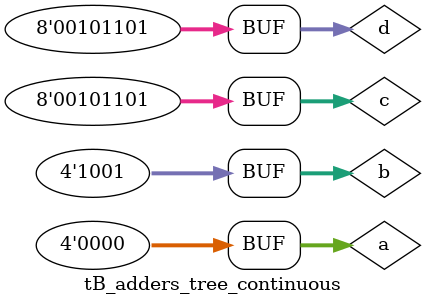
<source format=v>
`timescale 1us/1ns
module tB_adders_tree_continuous();
	
   reg [3:0] a, b;
   reg [7:0] c, d;
   wire [4:0] sum1;
   wire [8:0] sum2;
   wire [9:0] sum3;
	
    // Instantiate the DUT
    adders_tree_continuous ADD(
       .a(a),
       .b(b),
       .c(c),
       .d(d),
       .sum1(sum1),
       .sum2(sum2),
       .sum3(sum3)      
    );
  
    // Create stimulus
    initial begin
      $monitor(" a = %d, b = %d, c = %d, d = %d, sum1 = %d, sum2 = %d, sum3 = %d",
                 a ,b ,c, d, sum1, sum2, sum3);
       #1; a = 4'd0  ; b = 4'd3  ; c = 8'd1 ; d = 8'd255 ;
       #1; a = 4'd10 ; b = 4'd13 ; c = 8'd9 ; d = 8'd10 ;
       #1; a = 4'd15 ; b = 4'd15 ; c = 8'd109 ; d = 8'd37 ;
       #1; a = 4'd0  ; b = 4'd9  ; c = 8'd45 ; d = 8'd45 ;
       #1;
    end
  
endmodule

/*
Output:
#  a =  x, b =  x, c =   x, d =   x, sum1 =  x, sum2 =   x, sum3 =    x
#  a =  0, b =  3, c =   1, d = 255, sum1 =  3, sum2 = 256, sum3 =  259
#  a = 10, b = 13, c =   9, d =  10, sum1 = 23, sum2 =  19, sum3 =   42
#  a = 15, b = 15, c = 109, d =  37, sum1 = 30, sum2 = 146, sum3 =  176
#  a =  0, b =  9, c =  45, d =  45, sum1 =  9, sum2 =  90, sum3 =   99
*/

</source>
